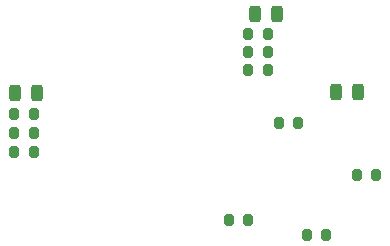
<source format=gbp>
%TF.GenerationSoftware,KiCad,Pcbnew,7.0.8*%
%TF.CreationDate,2023-10-02T15:46:09+03:00*%
%TF.ProjectId,ltp_kikad,6c74705f-6b69-46b6-9164-2e6b69636164,rev?*%
%TF.SameCoordinates,Original*%
%TF.FileFunction,Paste,Bot*%
%TF.FilePolarity,Positive*%
%FSLAX46Y46*%
G04 Gerber Fmt 4.6, Leading zero omitted, Abs format (unit mm)*
G04 Created by KiCad (PCBNEW 7.0.8) date 2023-10-02 15:46:09*
%MOMM*%
%LPD*%
G01*
G04 APERTURE LIST*
G04 Aperture macros list*
%AMRoundRect*
0 Rectangle with rounded corners*
0 $1 Rounding radius*
0 $2 $3 $4 $5 $6 $7 $8 $9 X,Y pos of 4 corners*
0 Add a 4 corners polygon primitive as box body*
4,1,4,$2,$3,$4,$5,$6,$7,$8,$9,$2,$3,0*
0 Add four circle primitives for the rounded corners*
1,1,$1+$1,$2,$3*
1,1,$1+$1,$4,$5*
1,1,$1+$1,$6,$7*
1,1,$1+$1,$8,$9*
0 Add four rect primitives between the rounded corners*
20,1,$1+$1,$2,$3,$4,$5,0*
20,1,$1+$1,$4,$5,$6,$7,0*
20,1,$1+$1,$6,$7,$8,$9,0*
20,1,$1+$1,$8,$9,$2,$3,0*%
G04 Aperture macros list end*
%ADD10RoundRect,0.243750X-0.243750X-0.456250X0.243750X-0.456250X0.243750X0.456250X-0.243750X0.456250X0*%
%ADD11RoundRect,0.200000X-0.200000X-0.275000X0.200000X-0.275000X0.200000X0.275000X-0.200000X0.275000X0*%
%ADD12RoundRect,0.243750X0.243750X0.456250X-0.243750X0.456250X-0.243750X-0.456250X0.243750X-0.456250X0*%
G04 APERTURE END LIST*
D10*
%TO.C,D2*%
X159849500Y-94100000D03*
X161724500Y-94100000D03*
%TD*%
%TO.C,D1*%
X152987000Y-87500000D03*
X154862000Y-87500000D03*
%TD*%
D11*
%TO.C,R13*%
X132562000Y-99200000D03*
X134212000Y-99200000D03*
%TD*%
%TO.C,R12*%
X152412000Y-92250000D03*
X154062000Y-92250000D03*
%TD*%
%TO.C,R14*%
X132562000Y-97600000D03*
X134212000Y-97600000D03*
%TD*%
%TO.C,R9*%
X150762000Y-105000000D03*
X152412000Y-105000000D03*
%TD*%
%TO.C,R15*%
X132562000Y-96000000D03*
X134212000Y-96000000D03*
%TD*%
%TO.C,R11*%
X152412000Y-90750000D03*
X154062000Y-90750000D03*
%TD*%
%TO.C,R7*%
X157362000Y-106200000D03*
X159012000Y-106200000D03*
%TD*%
%TO.C,R2*%
X152412000Y-89250000D03*
X154062000Y-89250000D03*
%TD*%
%TO.C,R8*%
X154962000Y-96800000D03*
X156612000Y-96800000D03*
%TD*%
D12*
%TO.C,D4*%
X134524500Y-94200000D03*
X132649500Y-94200000D03*
%TD*%
D11*
%TO.C,R6*%
X161562000Y-101200000D03*
X163212000Y-101200000D03*
%TD*%
M02*

</source>
